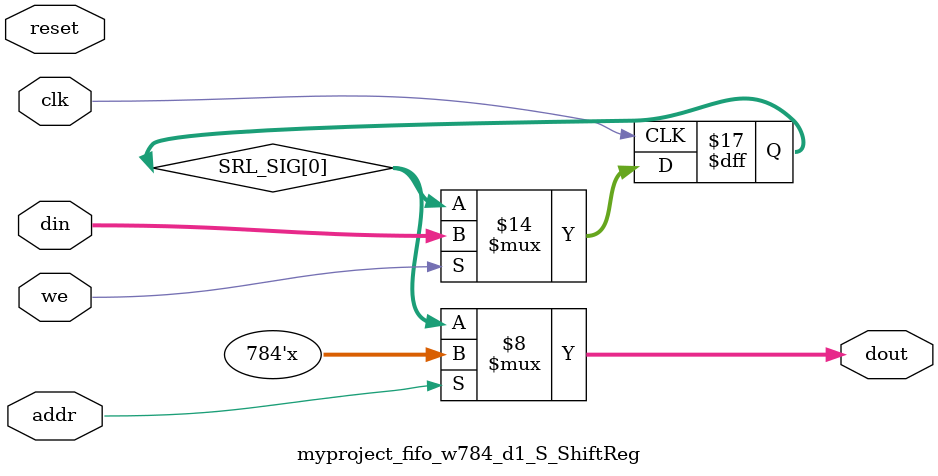
<source format=v>

`timescale 1 ns / 1 ps


module myproject_fifo_w784_d1_S
#(parameter
    MEM_STYLE   = "shiftReg",
    DATA_WIDTH  = 784,
    ADDR_WIDTH  = 1,
    DEPTH       = 1)
(
    // system signal
    input  wire                  clk,
    input  wire                  reset,

    // write
    output wire                  if_full_n,
    input  wire                  if_write_ce,
    input  wire                  if_write,
    input  wire [DATA_WIDTH-1:0] if_din,
    
    // read 
    output wire [ADDR_WIDTH:0]   if_num_data_valid, // for FRP
    output wire [ADDR_WIDTH:0]   if_fifo_cap,       // for FRP
    output wire                  if_empty_n,
    input  wire                  if_read_ce,
    input  wire                  if_read,
    output wire [DATA_WIDTH-1:0] if_dout
);
//------------------------Parameter----------------------

//------------------------Local signal-------------------
    wire [ADDR_WIDTH-1:0]     addr;
    wire                      push;
    wire                      pop;
    reg signed [ADDR_WIDTH:0] mOutPtr;
    reg                       empty_n = 1'b0;
    reg                       full_n  = 1'b1;
    // with almost full?  no 
    // has output register?  no 
//------------------------Instantiation------------------
    myproject_fifo_w784_d1_S_ShiftReg 
    #(  .DATA_WIDTH (DATA_WIDTH),
        .ADDR_WIDTH (ADDR_WIDTH),
        .DEPTH      (DEPTH))
    U_myproject_fifo_w784_d1_S_ShiftReg (
        .clk        (clk),
        .reset      (reset),
        .we         (push),
        .addr       (addr),
        .din        (if_din),
        .dout       (if_dout)
    );
//------------------------Task and function--------------

//------------------------Body---------------------------
    // has num_data_valid ? 
    assign if_num_data_valid = mOutPtr + 1'b1; // yes
    assign if_fifo_cap = DEPTH; // yes  

    // has almost full ? 
    assign if_full_n  = full_n; //no 
    assign push       = full_n & if_write_ce & if_write;

    // has output register? 
    assign if_empty_n = empty_n;  // no
    assign pop        = empty_n & if_read_ce & if_read; // no 

    assign addr       = mOutPtr[ADDR_WIDTH] == 1'b0 ? mOutPtr[ADDR_WIDTH-1:0] : {ADDR_WIDTH{1'b0}};

    // mOutPtr
    always @(posedge clk) begin
        if (reset == 1'b1)
            mOutPtr <= {ADDR_WIDTH+1{1'b1}};
        else if (push & ~pop)
            mOutPtr <= mOutPtr + 1'b1;
        else if (~push & pop)
            mOutPtr <= mOutPtr - 1'b1;
    end

    // full_n
    always @(posedge clk) begin
        if (reset == 1'b1)
            full_n <= 1'b1;
        else if (push & ~pop) begin
            if (mOutPtr == DEPTH - 2)
                full_n <= 1'b0;
        end
        else if (~push & pop)
            full_n <= 1'b1;
    end

    // almost_full_n 

    // empty_n
    always @(posedge clk) begin
        if (reset == 1'b1)
            empty_n <= 1'b0;
        else if (push & ~pop)
            empty_n <= 1'b1;
        else if (~push & pop) begin
            if (mOutPtr == 0)
                empty_n <= 1'b0;
        end
    end
 
    // num_data_valid 

    // dout_vld 

endmodule  


module myproject_fifo_w784_d1_S_ShiftReg
#(parameter
    DATA_WIDTH  = 784,
    ADDR_WIDTH  = 1,
    DEPTH       = 1)
(
    input  wire                  clk,
    input  wire                  reset,
    input  wire                  we,
    input  wire [ADDR_WIDTH-1:0] addr,
    input  wire [DATA_WIDTH-1:0] din,
    //output register? 
    output wire [DATA_WIDTH-1:0] dout // no 
);

    reg [DATA_WIDTH-1:0] SRL_SIG [0:DEPTH-1];
    integer i;

    always @ (posedge clk) begin
        if (we) begin
            for (i=0; i<DEPTH-1; i=i+1)
                SRL_SIG[i+1] <= SRL_SIG[i];
            SRL_SIG[0] <= din;
        end
    end

    //read from SRL, output register? 
    assign dout = SRL_SIG[addr];// no 

endmodule

</source>
